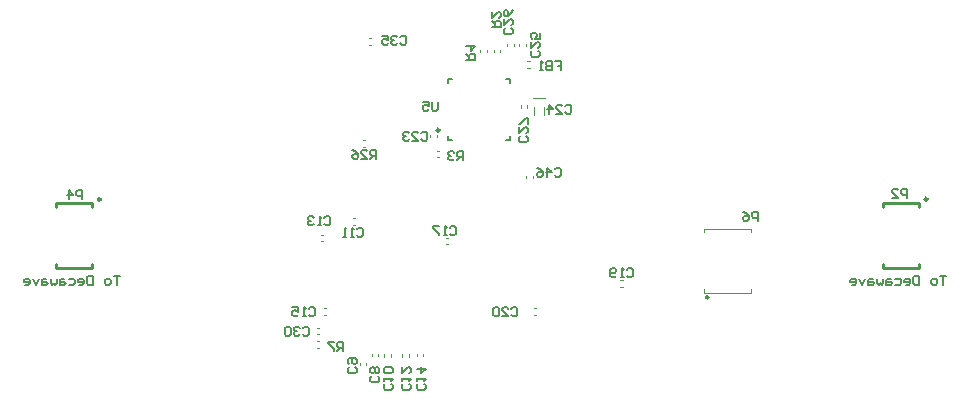
<source format=gbo>
G04 Layer_Color=32896*
%FSLAX24Y24*%
%MOIN*%
G70*
G01*
G75*
%ADD59C,0.0098*%
%ADD60C,0.0039*%
%ADD61C,0.0100*%
%ADD62C,0.0079*%
%ADD63C,0.0050*%
D59*
X14678Y1200D02*
G03*
X14678Y1200I-49J0D01*
G01*
X-12882D02*
G03*
X-12882Y1200I-49J0D01*
G01*
X-1589Y3501D02*
G03*
X-1589Y3501I-49J0D01*
G01*
D60*
X-1389Y-92D02*
X-1311D01*
X-1389Y-308D02*
X-1311D01*
X-4489Y342D02*
X-4411D01*
X-4489Y558D02*
X-4411D01*
X-4139Y3158D02*
X-4061D01*
X-4139Y2942D02*
X-4061D01*
X-3939Y6558D02*
X-3861D01*
X-3939Y6342D02*
X-3861D01*
X878Y6301D02*
Y6379D01*
X662Y6301D02*
Y6379D01*
X428Y6101D02*
Y6179D01*
X212Y6101D02*
Y6179D01*
X-22Y6101D02*
Y6179D01*
X-238Y6101D02*
Y6179D01*
X1062Y6301D02*
Y6379D01*
X1278Y6301D02*
Y6379D01*
X1331Y5582D02*
X1409D01*
X1331Y5798D02*
X1409D01*
X1328Y4251D02*
Y4329D01*
X1112Y4251D02*
Y4329D01*
X1897Y4002D02*
Y4278D01*
X1553Y4002D02*
Y4278D01*
X1520Y4590D02*
X1920D01*
X-1692Y3261D02*
Y3339D01*
X-1908Y3261D02*
Y3339D01*
X-1689Y2592D02*
X-1611D01*
X-1689Y2808D02*
X-1611D01*
X1508Y1911D02*
Y1989D01*
X1292Y1911D02*
Y1989D01*
X4431Y-1502D02*
X4509D01*
X4431Y-1718D02*
X4509D01*
X1561Y-2658D02*
X1639D01*
X1561Y-2442D02*
X1639D01*
X-5439Y-2658D02*
X-5361D01*
X-5439Y-2442D02*
X-5361D01*
X-5689Y-3308D02*
X-5611D01*
X-5689Y-3092D02*
X-5611D01*
X-5689Y-3542D02*
X-5611D01*
X-5689Y-3758D02*
X-5611D01*
X-4042Y-4339D02*
Y-4261D01*
X-4258Y-4339D02*
Y-4261D01*
X-3642Y-4039D02*
Y-3961D01*
X-3858Y-4039D02*
Y-3961D01*
X-3218Y-4046D02*
Y-3967D01*
X-3435Y-4046D02*
Y-3967D01*
X-2618Y-4046D02*
Y-3967D01*
X-2835Y-4046D02*
Y-3967D01*
X-2142Y-4039D02*
Y-3961D01*
X-2358Y-4039D02*
Y-3961D01*
X-5539Y-208D02*
X-5461D01*
X-5539Y8D02*
X-5461D01*
X8787Y95D02*
Y213D01*
X7213D02*
X8787D01*
X7213Y95D02*
Y213D01*
Y-1913D02*
Y-1795D01*
Y-1913D02*
X8787D01*
Y-1795D01*
D61*
X7370Y-2070D02*
G03*
X7370Y-2070I-39J0D01*
G01*
X13180Y-1085D02*
Y-950D01*
Y-1085D02*
X14380D01*
Y-950D01*
X13180Y950D02*
Y1085D01*
X14380D01*
Y950D02*
Y1085D01*
X-14380Y-1085D02*
Y-950D01*
Y-1085D02*
X-13180D01*
Y-950D01*
X-14380Y950D02*
Y1085D01*
X-13180D01*
Y950D02*
Y1085D01*
D62*
X-1304Y3166D02*
Y3294D01*
Y3166D02*
X-1176D01*
X-1304Y5086D02*
Y5214D01*
X-1176D01*
X744Y5086D02*
Y5214D01*
X616D02*
X744D01*
Y3166D02*
Y3294D01*
X616Y3166D02*
X744D01*
D63*
X-700Y5850D02*
X-400D01*
Y6000D01*
X-450Y6050D01*
X-550D01*
X-600Y6000D01*
Y5850D01*
Y5950D02*
X-700Y6050D01*
Y6300D02*
X-400D01*
X-550Y6150D01*
Y6350D01*
X150Y6950D02*
X450D01*
Y7100D01*
X400Y7150D01*
X300D01*
X250Y7100D01*
Y6950D01*
Y7050D02*
X150Y7150D01*
Y7450D02*
Y7250D01*
X350Y7450D01*
X400D01*
X450Y7400D01*
Y7300D01*
X400Y7250D01*
X800Y6900D02*
X850Y6850D01*
Y6750D01*
X800Y6700D01*
X600D01*
X550Y6750D01*
Y6850D01*
X600Y6900D01*
X550Y7200D02*
Y7000D01*
X750Y7200D01*
X800D01*
X850Y7150D01*
Y7050D01*
X800Y7000D01*
X850Y7500D02*
X800Y7400D01*
X700Y7300D01*
X600D01*
X550Y7350D01*
Y7450D01*
X600Y7500D01*
X650D01*
X700Y7450D01*
Y7300D01*
X-3650Y-4700D02*
X-3600Y-4750D01*
Y-4850D01*
X-3650Y-4900D01*
X-3850D01*
X-3900Y-4850D01*
Y-4750D01*
X-3850Y-4700D01*
X-3650Y-4600D02*
X-3600Y-4550D01*
Y-4450D01*
X-3650Y-4400D01*
X-3700D01*
X-3750Y-4450D01*
X-3800Y-4400D01*
X-3850D01*
X-3900Y-4450D01*
Y-4550D01*
X-3850Y-4600D01*
X-3800D01*
X-3750Y-4550D01*
X-3700Y-4600D01*
X-3650D01*
X-3750Y-4550D02*
Y-4450D01*
X-4400Y-4400D02*
X-4350Y-4450D01*
Y-4550D01*
X-4400Y-4600D01*
X-4600D01*
X-4650Y-4550D01*
Y-4450D01*
X-4600Y-4400D01*
Y-4300D02*
X-4650Y-4250D01*
Y-4150D01*
X-4600Y-4100D01*
X-4400D01*
X-4350Y-4150D01*
Y-4250D01*
X-4400Y-4300D01*
X-4450D01*
X-4500Y-4250D01*
Y-4100D01*
X-3200Y-4950D02*
X-3150Y-5000D01*
Y-5100D01*
X-3200Y-5150D01*
X-3400D01*
X-3450Y-5100D01*
Y-5000D01*
X-3400Y-4950D01*
X-3450Y-4850D02*
Y-4750D01*
Y-4800D01*
X-3150D01*
X-3200Y-4850D01*
Y-4600D02*
X-3150Y-4550D01*
Y-4450D01*
X-3200Y-4400D01*
X-3400D01*
X-3450Y-4450D01*
Y-4550D01*
X-3400Y-4600D01*
X-3200D01*
X-4350Y200D02*
X-4300Y250D01*
X-4200D01*
X-4150Y200D01*
Y-0D01*
X-4200Y-50D01*
X-4300D01*
X-4350Y-0D01*
X-4450Y-50D02*
X-4550D01*
X-4500D01*
Y250D01*
X-4450Y200D01*
X-4700Y-50D02*
X-4800D01*
X-4750D01*
Y250D01*
X-4700Y200D01*
X-2600Y-4950D02*
X-2550Y-5000D01*
Y-5100D01*
X-2600Y-5150D01*
X-2800D01*
X-2850Y-5100D01*
Y-5000D01*
X-2800Y-4950D01*
X-2850Y-4850D02*
Y-4750D01*
Y-4800D01*
X-2550D01*
X-2600Y-4850D01*
X-2850Y-4400D02*
Y-4600D01*
X-2650Y-4400D01*
X-2600D01*
X-2550Y-4450D01*
Y-4550D01*
X-2600Y-4600D01*
X-5430Y590D02*
X-5380Y640D01*
X-5280D01*
X-5230Y590D01*
Y390D01*
X-5280Y340D01*
X-5380D01*
X-5430Y390D01*
X-5530Y340D02*
X-5630D01*
X-5580D01*
Y640D01*
X-5530Y590D01*
X-5780D02*
X-5830Y640D01*
X-5930D01*
X-5980Y590D01*
Y540D01*
X-5930Y490D01*
X-5880D01*
X-5930D01*
X-5980Y440D01*
Y390D01*
X-5930Y340D01*
X-5830D01*
X-5780Y390D01*
X-2100Y-4950D02*
X-2050Y-5000D01*
Y-5100D01*
X-2100Y-5150D01*
X-2300D01*
X-2350Y-5100D01*
Y-5000D01*
X-2300Y-4950D01*
X-2350Y-4850D02*
Y-4750D01*
Y-4800D01*
X-2050D01*
X-2100Y-4850D01*
X-2350Y-4450D02*
X-2050D01*
X-2200Y-4600D01*
Y-4400D01*
X-5950Y-2450D02*
X-5900Y-2400D01*
X-5800D01*
X-5750Y-2450D01*
Y-2650D01*
X-5800Y-2700D01*
X-5900D01*
X-5950Y-2650D01*
X-6050Y-2700D02*
X-6150D01*
X-6100D01*
Y-2400D01*
X-6050Y-2450D01*
X-6500Y-2400D02*
X-6300D01*
Y-2550D01*
X-6400Y-2500D01*
X-6450D01*
X-6500Y-2550D01*
Y-2650D01*
X-6450Y-2700D01*
X-6350D01*
X-6300Y-2650D01*
X-1250Y250D02*
X-1200Y300D01*
X-1100D01*
X-1050Y250D01*
Y50D01*
X-1100Y0D01*
X-1200D01*
X-1250Y50D01*
X-1350Y0D02*
X-1450D01*
X-1400D01*
Y300D01*
X-1350Y250D01*
X-1600Y300D02*
X-1800D01*
Y250D01*
X-1600Y50D01*
Y0D01*
X4650Y-1150D02*
X4700Y-1100D01*
X4800D01*
X4850Y-1150D01*
Y-1350D01*
X4800Y-1400D01*
X4700D01*
X4650Y-1350D01*
X4550Y-1400D02*
X4450D01*
X4500D01*
Y-1100D01*
X4550Y-1150D01*
X4300Y-1350D02*
X4250Y-1400D01*
X4150D01*
X4100Y-1350D01*
Y-1150D01*
X4150Y-1100D01*
X4250D01*
X4300Y-1150D01*
Y-1200D01*
X4250Y-1250D01*
X4100D01*
X800Y-2450D02*
X850Y-2400D01*
X950D01*
X1000Y-2450D01*
Y-2650D01*
X950Y-2700D01*
X850D01*
X800Y-2650D01*
X500Y-2700D02*
X700D01*
X500Y-2500D01*
Y-2450D01*
X550Y-2400D01*
X650D01*
X700Y-2450D01*
X400D02*
X350Y-2400D01*
X250D01*
X200Y-2450D01*
Y-2650D01*
X250Y-2700D01*
X350D01*
X400Y-2650D01*
Y-2450D01*
X-2200Y3400D02*
X-2150Y3450D01*
X-2050D01*
X-2000Y3400D01*
Y3200D01*
X-2050Y3150D01*
X-2150D01*
X-2200Y3200D01*
X-2500Y3150D02*
X-2300D01*
X-2500Y3350D01*
Y3400D01*
X-2450Y3450D01*
X-2350D01*
X-2300Y3400D01*
X-2600D02*
X-2650Y3450D01*
X-2750D01*
X-2800Y3400D01*
Y3350D01*
X-2750Y3300D01*
X-2700D01*
X-2750D01*
X-2800Y3250D01*
Y3200D01*
X-2750Y3150D01*
X-2650D01*
X-2600Y3200D01*
X2600Y4300D02*
X2650Y4350D01*
X2750D01*
X2800Y4300D01*
Y4100D01*
X2750Y4050D01*
X2650D01*
X2600Y4100D01*
X2300Y4050D02*
X2500D01*
X2300Y4250D01*
Y4300D01*
X2350Y4350D01*
X2450D01*
X2500Y4300D01*
X2050Y4050D02*
Y4350D01*
X2200Y4200D01*
X2000D01*
X1700Y6150D02*
X1750Y6100D01*
Y6000D01*
X1700Y5950D01*
X1500D01*
X1450Y6000D01*
Y6100D01*
X1500Y6150D01*
X1450Y6450D02*
Y6250D01*
X1650Y6450D01*
X1700D01*
X1750Y6400D01*
Y6300D01*
X1700Y6250D01*
X1750Y6750D02*
Y6550D01*
X1600D01*
X1650Y6650D01*
Y6700D01*
X1600Y6750D01*
X1500D01*
X1450Y6700D01*
Y6600D01*
X1500Y6550D01*
X1300Y3300D02*
X1350Y3250D01*
Y3150D01*
X1300Y3100D01*
X1100D01*
X1050Y3150D01*
Y3250D01*
X1100Y3300D01*
X1050Y3600D02*
Y3400D01*
X1250Y3600D01*
X1300D01*
X1350Y3550D01*
Y3450D01*
X1300Y3400D01*
X1350Y3700D02*
Y3900D01*
X1300D01*
X1100Y3700D01*
X1050D01*
X-6150Y-3100D02*
X-6100Y-3050D01*
X-6000D01*
X-5950Y-3100D01*
Y-3300D01*
X-6000Y-3350D01*
X-6100D01*
X-6150Y-3300D01*
X-6250Y-3100D02*
X-6300Y-3050D01*
X-6400D01*
X-6450Y-3100D01*
Y-3150D01*
X-6400Y-3200D01*
X-6350D01*
X-6400D01*
X-6450Y-3250D01*
Y-3300D01*
X-6400Y-3350D01*
X-6300D01*
X-6250Y-3300D01*
X-6550Y-3100D02*
X-6600Y-3050D01*
X-6700D01*
X-6750Y-3100D01*
Y-3300D01*
X-6700Y-3350D01*
X-6600D01*
X-6550Y-3300D01*
Y-3100D01*
X-2900Y6600D02*
X-2850Y6650D01*
X-2750D01*
X-2700Y6600D01*
Y6400D01*
X-2750Y6350D01*
X-2850D01*
X-2900Y6400D01*
X-3000Y6600D02*
X-3050Y6650D01*
X-3150D01*
X-3200Y6600D01*
Y6550D01*
X-3150Y6500D01*
X-3100D01*
X-3150D01*
X-3200Y6450D01*
Y6400D01*
X-3150Y6350D01*
X-3050D01*
X-3000Y6400D01*
X-3500Y6650D02*
X-3300D01*
Y6500D01*
X-3400Y6550D01*
X-3450D01*
X-3500Y6500D01*
Y6400D01*
X-3450Y6350D01*
X-3350D01*
X-3300Y6400D01*
X2250Y2200D02*
X2300Y2250D01*
X2400D01*
X2450Y2200D01*
Y2000D01*
X2400Y1950D01*
X2300D01*
X2250Y2000D01*
X2000Y1950D02*
Y2250D01*
X2150Y2100D01*
X1950D01*
X1650Y2250D02*
X1750Y2200D01*
X1850Y2100D01*
Y2000D01*
X1800Y1950D01*
X1700D01*
X1650Y2000D01*
Y2050D01*
X1700Y2100D01*
X1850D01*
X2250Y5800D02*
X2450D01*
Y5650D01*
X2350D01*
X2450D01*
Y5500D01*
X2150Y5800D02*
Y5500D01*
X2000D01*
X1950Y5550D01*
Y5600D01*
X2000Y5650D01*
X2150D01*
X2000D01*
X1950Y5700D01*
Y5750D01*
X2000Y5800D01*
X2150D01*
X1850Y5500D02*
X1750D01*
X1800D01*
Y5800D01*
X1850Y5750D01*
X14000Y1250D02*
Y1550D01*
X13850D01*
X13800Y1500D01*
Y1400D01*
X13850Y1350D01*
X14000D01*
X13500Y1250D02*
X13700D01*
X13500Y1450D01*
Y1500D01*
X13550Y1550D01*
X13650D01*
X13700Y1500D01*
X-13500Y1200D02*
Y1500D01*
X-13650D01*
X-13700Y1450D01*
Y1350D01*
X-13650Y1300D01*
X-13500D01*
X-13950Y1200D02*
Y1500D01*
X-13800Y1350D01*
X-14000D01*
X9020Y480D02*
Y780D01*
X8870D01*
X8820Y730D01*
Y630D01*
X8870Y580D01*
X9020D01*
X8520Y780D02*
X8620Y730D01*
X8720Y630D01*
Y530D01*
X8670Y480D01*
X8570D01*
X8520Y530D01*
Y580D01*
X8570Y630D01*
X8720D01*
X-800Y2500D02*
Y2800D01*
X-950D01*
X-1000Y2750D01*
Y2650D01*
X-950Y2600D01*
X-800D01*
X-900D02*
X-1000Y2500D01*
X-1100Y2750D02*
X-1150Y2800D01*
X-1250D01*
X-1300Y2750D01*
Y2700D01*
X-1250Y2650D01*
X-1200D01*
X-1250D01*
X-1300Y2600D01*
Y2550D01*
X-1250Y2500D01*
X-1150D01*
X-1100Y2550D01*
X-4800Y-3850D02*
Y-3550D01*
X-4950D01*
X-5000Y-3600D01*
Y-3700D01*
X-4950Y-3750D01*
X-4800D01*
X-4900D02*
X-5000Y-3850D01*
X-5100Y-3550D02*
X-5300D01*
Y-3600D01*
X-5100Y-3800D01*
Y-3850D01*
X-3700Y2550D02*
Y2850D01*
X-3850D01*
X-3900Y2800D01*
Y2700D01*
X-3850Y2650D01*
X-3700D01*
X-3800D02*
X-3900Y2550D01*
X-4200D02*
X-4000D01*
X-4200Y2750D01*
Y2800D01*
X-4150Y2850D01*
X-4050D01*
X-4000Y2800D01*
X-4500Y2850D02*
X-4400Y2800D01*
X-4300Y2700D01*
Y2600D01*
X-4350Y2550D01*
X-4450D01*
X-4500Y2600D01*
Y2650D01*
X-4450Y2700D01*
X-4300D01*
X-1650Y4450D02*
Y4200D01*
X-1700Y4150D01*
X-1800D01*
X-1850Y4200D01*
Y4450D01*
X-2150D02*
X-1950D01*
Y4300D01*
X-2050Y4350D01*
X-2100D01*
X-2150Y4300D01*
Y4200D01*
X-2100Y4150D01*
X-2000D01*
X-1950Y4200D01*
X-12250Y-1350D02*
X-12450D01*
X-12350D01*
Y-1650D01*
X-12600D02*
X-12700D01*
X-12750Y-1600D01*
Y-1500D01*
X-12700Y-1450D01*
X-12600D01*
X-12550Y-1500D01*
Y-1600D01*
X-12600Y-1650D01*
X-13150Y-1350D02*
Y-1650D01*
X-13300D01*
X-13350Y-1600D01*
Y-1400D01*
X-13300Y-1350D01*
X-13150D01*
X-13600Y-1650D02*
X-13500D01*
X-13450Y-1600D01*
Y-1500D01*
X-13500Y-1450D01*
X-13600D01*
X-13650Y-1500D01*
Y-1550D01*
X-13450D01*
X-13949Y-1450D02*
X-13800D01*
X-13750Y-1500D01*
Y-1600D01*
X-13800Y-1650D01*
X-13949D01*
X-14099Y-1450D02*
X-14199D01*
X-14249Y-1500D01*
Y-1650D01*
X-14099D01*
X-14049Y-1600D01*
X-14099Y-1550D01*
X-14249D01*
X-14349Y-1450D02*
Y-1600D01*
X-14399Y-1650D01*
X-14449Y-1600D01*
X-14499Y-1650D01*
X-14549Y-1600D01*
Y-1450D01*
X-14699D02*
X-14799D01*
X-14849Y-1500D01*
Y-1650D01*
X-14699D01*
X-14649Y-1600D01*
X-14699Y-1550D01*
X-14849D01*
X-14949Y-1450D02*
X-15049Y-1650D01*
X-15149Y-1450D01*
X-15399Y-1650D02*
X-15299D01*
X-15249Y-1600D01*
Y-1500D01*
X-15299Y-1450D01*
X-15399D01*
X-15449Y-1500D01*
Y-1550D01*
X-15249D01*
X15300Y-1350D02*
X15100D01*
X15200D01*
Y-1650D01*
X14950D02*
X14850D01*
X14800Y-1600D01*
Y-1500D01*
X14850Y-1450D01*
X14950D01*
X15000Y-1500D01*
Y-1600D01*
X14950Y-1650D01*
X14400Y-1350D02*
Y-1650D01*
X14250D01*
X14200Y-1600D01*
Y-1400D01*
X14250Y-1350D01*
X14400D01*
X13950Y-1650D02*
X14050D01*
X14100Y-1600D01*
Y-1500D01*
X14050Y-1450D01*
X13950D01*
X13900Y-1500D01*
Y-1550D01*
X14100D01*
X13601Y-1450D02*
X13750D01*
X13800Y-1500D01*
Y-1600D01*
X13750Y-1650D01*
X13601D01*
X13451Y-1450D02*
X13351D01*
X13301Y-1500D01*
Y-1650D01*
X13451D01*
X13501Y-1600D01*
X13451Y-1550D01*
X13301D01*
X13201Y-1450D02*
Y-1600D01*
X13151Y-1650D01*
X13101Y-1600D01*
X13051Y-1650D01*
X13001Y-1600D01*
Y-1450D01*
X12851D02*
X12751D01*
X12701Y-1500D01*
Y-1650D01*
X12851D01*
X12901Y-1600D01*
X12851Y-1550D01*
X12701D01*
X12601Y-1450D02*
X12501Y-1650D01*
X12401Y-1450D01*
X12151Y-1650D02*
X12251D01*
X12301Y-1600D01*
Y-1500D01*
X12251Y-1450D01*
X12151D01*
X12101Y-1500D01*
Y-1550D01*
X12301D01*
M02*

</source>
